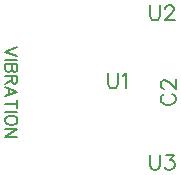
<source format=gbr>
%TF.GenerationSoftware,Novarm,DipTrace,3.3.0.1*%
%TF.CreationDate,2018-11-14T10:23:01-08:00*%
%FSLAX26Y26*%
%MOIN*%
%TF.FileFunction,Legend,Top*%
%TF.Part,Single*%
%ADD32C,0.00772*%
%ADD33C,0.006176*%
G75*
G01*
%LPD*%
X1025230Y983133D2*
D32*
X1020477Y980757D1*
X1015669Y975948D1*
X1013292Y971195D1*
Y961634D1*
X1015668Y956825D1*
X1020477Y952072D1*
X1025230Y949640D1*
X1032415Y947263D1*
X1044409D1*
X1051538Y949640D1*
X1056347Y952072D1*
X1061100Y956825D1*
X1063532Y961633D1*
Y971195D1*
X1061100Y975948D1*
X1056347Y980757D1*
X1051538Y983133D1*
X1025285Y1001004D2*
X1022909D1*
X1018100Y1003381D1*
X1015724Y1005758D1*
X1013347Y1010566D1*
Y1020128D1*
X1015724Y1024881D1*
X1018100Y1027257D1*
X1022909Y1029689D1*
X1027662D1*
X1032470Y1027257D1*
X1039600Y1022504D1*
X1063532Y998573D1*
Y1032066D1*
X838237Y1052356D2*
Y1016486D1*
X840614Y1009301D1*
X845422Y1004548D1*
X852607Y1002116D1*
X857360D1*
X864545Y1004548D1*
X869354Y1009301D1*
X871730Y1016486D1*
Y1052356D1*
X887170Y1042739D2*
X891978Y1045171D1*
X899163Y1052301D1*
Y1002116D1*
X977487Y1279128D2*
Y1243258D1*
X979864Y1236073D1*
X984672Y1231320D1*
X991857Y1228888D1*
X996610D1*
X1003795Y1231320D1*
X1008604Y1236073D1*
X1010980Y1243258D1*
Y1279128D1*
X1028851Y1267134D2*
Y1269511D1*
X1031228Y1274319D1*
X1033605Y1276696D1*
X1038413Y1279073D1*
X1047975D1*
X1052728Y1276696D1*
X1055105Y1274319D1*
X1057536Y1269511D1*
Y1264758D1*
X1055105Y1259949D1*
X1050351Y1252820D1*
X1026420Y1228888D1*
X1059913D1*
X977487Y781293D2*
Y745423D1*
X979864Y738238D1*
X984672Y733485D1*
X991857Y731053D1*
X996610D1*
X1003795Y733485D1*
X1008604Y738238D1*
X1010980Y745423D1*
Y781293D1*
X1031228Y781238D2*
X1057481D1*
X1043166Y762115D1*
X1050351D1*
X1055105Y759738D1*
X1057481Y757361D1*
X1059913Y750176D1*
Y745423D1*
X1057481Y738238D1*
X1052728Y733430D1*
X1045543Y731053D1*
X1038358D1*
X1031228Y733430D1*
X1028851Y735862D1*
X1026420Y740615D1*
X535487Y1139259D2*
D33*
X495295Y1123960D1*
X535487Y1108662D1*
Y1096310D2*
X495295Y1096311D1*
X535487Y1083959D2*
X495295D1*
Y1066715D1*
X497241Y1060967D1*
X499142Y1059066D1*
X502945Y1057164D1*
X508693D1*
X512539Y1059066D1*
X514441Y1060967D1*
X516342Y1066715D1*
X518287Y1060967D1*
X520189Y1059066D1*
X523991Y1057164D1*
X527838D1*
X531641Y1059066D1*
X533586Y1060967D1*
X535487Y1066715D1*
Y1083959D1*
X516342D2*
Y1066715D1*
Y1044813D2*
Y1027613D1*
X518287Y1021865D1*
X520189Y1019920D1*
X523991Y1018018D1*
X527838D1*
X531641Y1019920D1*
X533586Y1021865D1*
X535487Y1027613D1*
Y1044813D1*
X495295D1*
X516342Y1031416D2*
X495295Y1018018D1*
Y975026D2*
X535487Y990368D1*
X495295Y1005667D1*
X508693Y999919D2*
Y980774D1*
X535487Y949277D2*
X495295D1*
X535487Y962674D2*
Y935879D1*
Y923528D2*
X495295D1*
X535487Y899681D2*
X533586Y903527D1*
X529739Y907330D1*
X525937Y909275D1*
X520189Y911177D1*
X510594D1*
X504890Y909275D1*
X501043Y907330D1*
X497241Y903527D1*
X495295Y899681D1*
Y892031D1*
X497241Y888229D1*
X501043Y884382D1*
X504890Y882481D1*
X510594Y880579D1*
X520189D1*
X525937Y882481D1*
X529739Y884382D1*
X533586Y888229D1*
X535487Y892031D1*
Y899681D1*
Y841433D2*
X495295D1*
X535487Y868228D1*
X495295D1*
M02*

</source>
